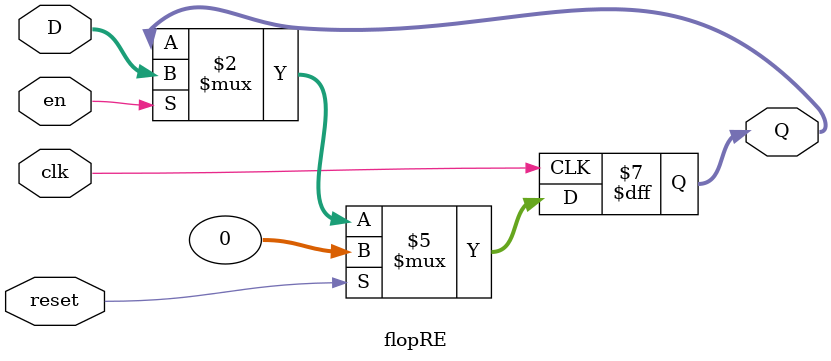
<source format=sv>
module flopR #(
    WIDTH = 32
) (
    input logic clk,
    input logic reset,
    input logic[WIDTH-1 : 0] D,
    output logic[WIDTH-1 : 0] Q
);

    always_ff @( posedge clk ) begin 
        if (reset) Q <= 0;
        else Q <= D;
    end
    
endmodule

module flopRE #(
    WIDTH = 32
) (
    input logic clk,
    input logic reset,
    input logic en,
    input logic[WIDTH-1 : 0] D,
    output logic[WIDTH-1 : 0] Q
);

    always_ff @( posedge clk ) begin 
        if (reset) Q <= 0;
        else if (en) Q <= D;
    end

endmodule
</source>
